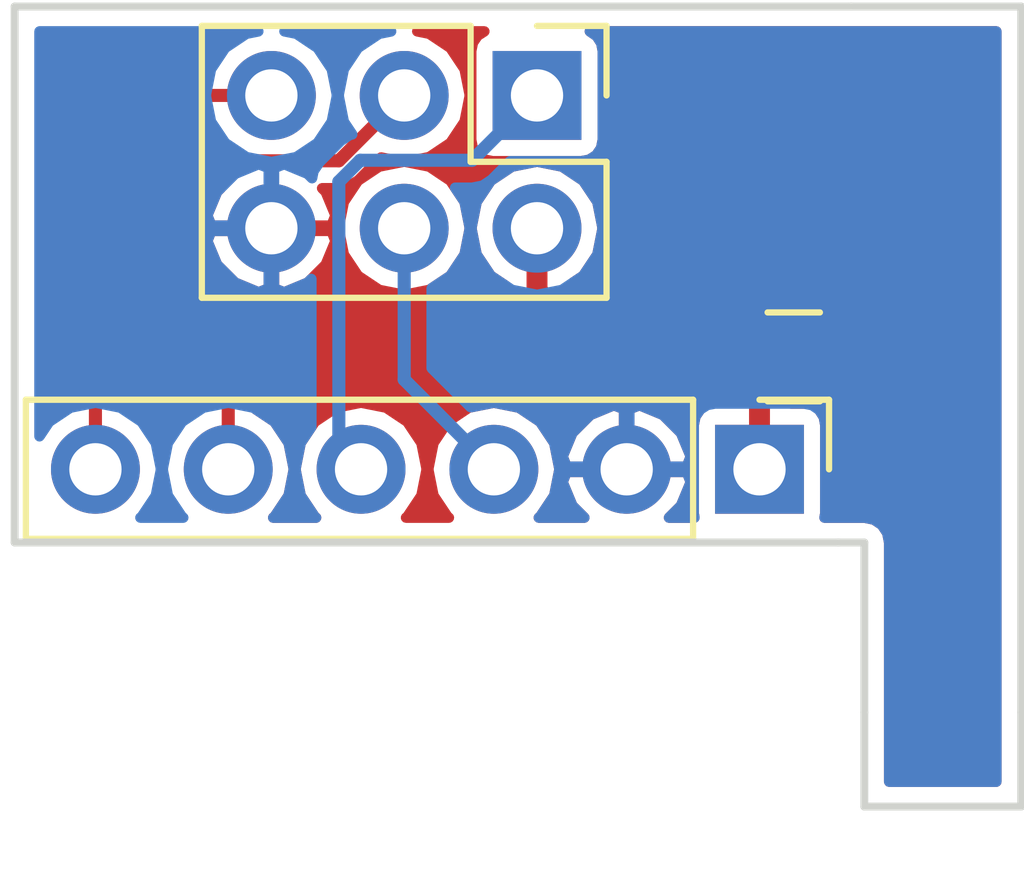
<source format=kicad_pcb>
(kicad_pcb (version 4) (host pcbnew 4.0.4-stable)

  (general
    (links 8)
    (no_connects 6)
    (area 138.99 99.436666 160.075001 118.200001)
    (thickness 1.6)
    (drawings 10)
    (tracks 26)
    (zones 0)
    (modules 3)
    (nets 7)
  )

  (page A4)
  (layers
    (0 F.Cu signal)
    (31 B.Cu signal)
    (32 B.Adhes user)
    (33 F.Adhes user)
    (34 B.Paste user)
    (35 F.Paste user)
    (36 B.SilkS user)
    (37 F.SilkS user)
    (38 B.Mask user)
    (39 F.Mask user hide)
    (40 Dwgs.User user)
    (41 Cmts.User user)
    (42 Eco1.User user)
    (43 Eco2.User user hide)
    (44 Edge.Cuts user)
    (45 Margin user)
    (46 B.CrtYd user hide)
    (47 F.CrtYd user hide)
    (48 B.Fab user)
    (49 F.Fab user hide)
  )

  (setup
    (last_trace_width 0.25)
    (user_trace_width 0.4)
    (trace_clearance 0.2)
    (zone_clearance 0.3)
    (zone_45_only no)
    (trace_min 0.2)
    (segment_width 0.2)
    (edge_width 0.15)
    (via_size 0.6)
    (via_drill 0.4)
    (via_min_size 0.4)
    (via_min_drill 0.3)
    (uvia_size 0.3)
    (uvia_drill 0.1)
    (uvias_allowed no)
    (uvia_min_size 0.2)
    (uvia_min_drill 0.1)
    (pcb_text_width 0.3)
    (pcb_text_size 1.5 1.5)
    (mod_edge_width 0.15)
    (mod_text_size 1 1)
    (mod_text_width 0.15)
    (pad_size 1.524 1.524)
    (pad_drill 0.762)
    (pad_to_mask_clearance 0.2)
    (aux_axis_origin 0 0)
    (visible_elements 7FFFFFFF)
    (pcbplotparams
      (layerselection 0x010f0_80000001)
      (usegerberextensions true)
      (usegerberattributes true)
      (excludeedgelayer true)
      (linewidth 0.200000)
      (plotframeref false)
      (viasonmask false)
      (mode 1)
      (useauxorigin false)
      (hpglpennumber 1)
      (hpglpenspeed 20)
      (hpglpendiameter 15)
      (hpglpenoverlay 2)
      (psnegative false)
      (psa4output false)
      (plotreference false)
      (plotvalue false)
      (plotinvisibletext false)
      (padsonsilk false)
      (subtractmaskfromsilk false)
      (outputformat 1)
      (mirror false)
      (drillshape 0)
      (scaleselection 1)
      (outputdirectory ""))
  )

  (net 0 "")
  (net 1 +3V3)
  (net 2 GND)
  (net 3 CS)
  (net 4 MISO)
  (net 5 CLK)
  (net 6 MOSI)

  (net_class Default "This is the default net class."
    (clearance 0.2)
    (trace_width 0.25)
    (via_dia 0.6)
    (via_drill 0.4)
    (uvia_dia 0.3)
    (uvia_drill 0.1)
    (add_net +3V3)
    (add_net CLK)
    (add_net CS)
    (add_net GND)
    (add_net MISO)
    (add_net MOSI)
  )

  (module Capacitors_SMD:C_0805_HandSoldering (layer F.Cu) (tedit 590E83FE) (tstamp 590E837E)
    (at 155.65 108.2)
    (descr "Capacitor SMD 0805, hand soldering")
    (tags "capacitor 0805")
    (path /590E7763)
    (attr smd)
    (fp_text reference C1 (at 0 -1.75) (layer F.SilkS) hide
      (effects (font (size 1 1) (thickness 0.15)))
    )
    (fp_text value C_Small (at 0 1.75) (layer F.Fab) hide
      (effects (font (size 1 1) (thickness 0.15)))
    )
    (fp_text user %R (at 0 -1.75) (layer F.Fab) hide
      (effects (font (size 1 1) (thickness 0.15)))
    )
    (fp_line (start -1 0.62) (end -1 -0.62) (layer F.Fab) (width 0.1))
    (fp_line (start 1 0.62) (end -1 0.62) (layer F.Fab) (width 0.1))
    (fp_line (start 1 -0.62) (end 1 0.62) (layer F.Fab) (width 0.1))
    (fp_line (start -1 -0.62) (end 1 -0.62) (layer F.Fab) (width 0.1))
    (fp_line (start 0.5 -0.85) (end -0.5 -0.85) (layer F.SilkS) (width 0.12))
    (fp_line (start -0.5 0.85) (end 0.5 0.85) (layer F.SilkS) (width 0.12))
    (fp_line (start -2.25 -0.88) (end 2.25 -0.88) (layer F.CrtYd) (width 0.05))
    (fp_line (start -2.25 -0.88) (end -2.25 0.87) (layer F.CrtYd) (width 0.05))
    (fp_line (start 2.25 0.87) (end 2.25 -0.88) (layer F.CrtYd) (width 0.05))
    (fp_line (start 2.25 0.87) (end -2.25 0.87) (layer F.CrtYd) (width 0.05))
    (pad 1 smd rect (at -1.25 0) (size 1.5 1.25) (layers F.Cu F.Paste F.Mask)
      (net 1 +3V3))
    (pad 2 smd rect (at 1.25 0) (size 1.5 1.25) (layers F.Cu F.Paste F.Mask)
      (net 2 GND))
    (model Capacitors_SMD.3dshapes/C_0805.wrl
      (at (xyz 0 0 0))
      (scale (xyz 1 1 1))
      (rotate (xyz 0 0 0))
    )
  )

  (module Pin_Headers:Pin_Header_Straight_1x06_Pitch2.54mm (layer F.Cu) (tedit 590E8E51) (tstamp 590E8394)
    (at 154.995 110.35 270)
    (descr "Through hole straight pin header, 1x06, 2.54mm pitch, single row")
    (tags "Through hole pin header THT 1x06 2.54mm single row")
    (path /590E7860)
    (fp_text reference P2 (at 0 -2.33 270) (layer F.SilkS) hide
      (effects (font (size 1 1) (thickness 0.15)))
    )
    (fp_text value CONN_01X06 (at 0 15.03 270) (layer F.Fab) hide
      (effects (font (size 1 1) (thickness 0.15)))
    )
    (fp_line (start -1.27 -1.27) (end -1.27 13.97) (layer F.Fab) (width 0.1))
    (fp_line (start -1.27 13.97) (end 1.27 13.97) (layer F.Fab) (width 0.1))
    (fp_line (start 1.27 13.97) (end 1.27 -1.27) (layer F.Fab) (width 0.1))
    (fp_line (start 1.27 -1.27) (end -1.27 -1.27) (layer F.Fab) (width 0.1))
    (fp_line (start -1.33 1.27) (end -1.33 14.03) (layer F.SilkS) (width 0.12))
    (fp_line (start -1.33 14.03) (end 1.33 14.03) (layer F.SilkS) (width 0.12))
    (fp_line (start 1.33 14.03) (end 1.33 1.27) (layer F.SilkS) (width 0.12))
    (fp_line (start 1.33 1.27) (end -1.33 1.27) (layer F.SilkS) (width 0.12))
    (fp_line (start -1.33 0) (end -1.33 -1.33) (layer F.SilkS) (width 0.12))
    (fp_line (start -1.33 -1.33) (end 0 -1.33) (layer F.SilkS) (width 0.12))
    (fp_line (start -1.8 -1.8) (end -1.8 14.5) (layer F.CrtYd) (width 0.05))
    (fp_line (start -1.8 14.5) (end 1.8 14.5) (layer F.CrtYd) (width 0.05))
    (fp_line (start 1.8 14.5) (end 1.8 -1.8) (layer F.CrtYd) (width 0.05))
    (fp_line (start 1.8 -1.8) (end -1.8 -1.8) (layer F.CrtYd) (width 0.05))
    (fp_text user %R (at 0 -2.33 270) (layer F.Fab) hide
      (effects (font (size 1 1) (thickness 0.15)))
    )
    (pad 1 thru_hole rect (at 0 0 270) (size 1.7 1.7) (drill 1) (layers *.Cu *.Mask)
      (net 1 +3V3))
    (pad 2 thru_hole oval (at 0 2.54 270) (size 1.7 1.7) (drill 1) (layers *.Cu *.Mask)
      (net 2 GND))
    (pad 3 thru_hole oval (at 0 5.08 270) (size 1.7 1.7) (drill 1) (layers *.Cu *.Mask)
      (net 6 MOSI))
    (pad 4 thru_hole oval (at 0 7.62 270) (size 1.7 1.7) (drill 1) (layers *.Cu *.Mask)
      (net 4 MISO))
    (pad 5 thru_hole oval (at 0 10.16 270) (size 1.7 1.7) (drill 1) (layers *.Cu *.Mask)
      (net 5 CLK))
    (pad 6 thru_hole oval (at 0 12.7 270) (size 1.7 1.7) (drill 1) (layers *.Cu *.Mask)
      (net 3 CS))
    (model ${KISYS3DMOD}/Pin_Headers.3dshapes/Pin_Header_Straight_1x06_Pitch2.54mm.wrl
      (at (xyz 0 -0.25 0))
      (scale (xyz 1 1 1))
      (rotate (xyz 0 0 90))
    )
  )

  (module Pin_Headers:Pin_Header_Straight_2x03_Pitch2.54mm (layer F.Cu) (tedit 590E8E4E) (tstamp 590E8D2F)
    (at 150.74 103.2 270)
    (descr "Through hole straight pin header, 2x03, 2.54mm pitch, double rows")
    (tags "Through hole pin header THT 2x03 2.54mm double row")
    (path /590E8C60)
    (fp_text reference P1 (at 1.27 -2.33 270) (layer F.SilkS) hide
      (effects (font (size 1 1) (thickness 0.15)))
    )
    (fp_text value CONN_02X03 (at 1.27 7.41 270) (layer F.Fab)
      (effects (font (size 1 1) (thickness 0.15)))
    )
    (fp_line (start -1.27 -1.27) (end -1.27 6.35) (layer F.Fab) (width 0.1))
    (fp_line (start -1.27 6.35) (end 3.81 6.35) (layer F.Fab) (width 0.1))
    (fp_line (start 3.81 6.35) (end 3.81 -1.27) (layer F.Fab) (width 0.1))
    (fp_line (start 3.81 -1.27) (end -1.27 -1.27) (layer F.Fab) (width 0.1))
    (fp_line (start -1.33 1.27) (end -1.33 6.41) (layer F.SilkS) (width 0.12))
    (fp_line (start -1.33 6.41) (end 3.87 6.41) (layer F.SilkS) (width 0.12))
    (fp_line (start 3.87 6.41) (end 3.87 -1.33) (layer F.SilkS) (width 0.12))
    (fp_line (start 3.87 -1.33) (end 1.27 -1.33) (layer F.SilkS) (width 0.12))
    (fp_line (start 1.27 -1.33) (end 1.27 1.27) (layer F.SilkS) (width 0.12))
    (fp_line (start 1.27 1.27) (end -1.33 1.27) (layer F.SilkS) (width 0.12))
    (fp_line (start -1.33 0) (end -1.33 -1.33) (layer F.SilkS) (width 0.12))
    (fp_line (start -1.33 -1.33) (end 0 -1.33) (layer F.SilkS) (width 0.12))
    (fp_line (start -1.8 -1.8) (end -1.8 6.85) (layer F.CrtYd) (width 0.05))
    (fp_line (start -1.8 6.85) (end 4.35 6.85) (layer F.CrtYd) (width 0.05))
    (fp_line (start 4.35 6.85) (end 4.35 -1.8) (layer F.CrtYd) (width 0.05))
    (fp_line (start 4.35 -1.8) (end -1.8 -1.8) (layer F.CrtYd) (width 0.05))
    (fp_text user %R (at 1.27 -2.33 270) (layer F.Fab)
      (effects (font (size 1 1) (thickness 0.15)))
    )
    (pad 1 thru_hole rect (at 0 0 270) (size 1.7 1.7) (drill 1) (layers *.Cu *.Mask)
      (net 4 MISO))
    (pad 2 thru_hole oval (at 2.54 0 270) (size 1.7 1.7) (drill 1) (layers *.Cu *.Mask)
      (net 1 +3V3))
    (pad 3 thru_hole oval (at 0 2.54 270) (size 1.7 1.7) (drill 1) (layers *.Cu *.Mask)
      (net 5 CLK))
    (pad 4 thru_hole oval (at 2.54 2.54 270) (size 1.7 1.7) (drill 1) (layers *.Cu *.Mask)
      (net 6 MOSI))
    (pad 5 thru_hole oval (at 0 5.08 270) (size 1.7 1.7) (drill 1) (layers *.Cu *.Mask)
      (net 3 CS))
    (pad 6 thru_hole oval (at 2.54 5.08 270) (size 1.7 1.7) (drill 1) (layers *.Cu *.Mask)
      (net 2 GND))
    (model ${KISYS3DMOD}/Pin_Headers.3dshapes/Pin_Header_Straight_2x03_Pitch2.54mm.wrl
      (at (xyz 0.05 -0.1 0))
      (scale (xyz 1 1 1))
      (rotate (xyz 0 0 90))
    )
  )

  (gr_line (start 157 115) (end 157 116.8) (layer Edge.Cuts) (width 0.15))
  (gr_line (start 160 115) (end 160 116.8) (layer Edge.Cuts) (width 0.15))
  (gr_line (start 160 101.5) (end 156.75 101.5) (layer Edge.Cuts) (width 0.15))
  (gr_line (start 160 115) (end 160 101.5) (layer Edge.Cuts) (width 0.15))
  (gr_line (start 157 116.8) (end 160 116.8) (layer Edge.Cuts) (width 0.15))
  (gr_line (start 157 111.75) (end 157 115) (layer Edge.Cuts) (width 0.15))
  (gr_line (start 156.5 111.75) (end 157 111.75) (layer Edge.Cuts) (width 0.15))
  (gr_line (start 140.75 111.75) (end 156.5 111.75) (layer Edge.Cuts) (width 0.15))
  (gr_line (start 140.75 101.5) (end 156.75 101.5) (layer Edge.Cuts) (width 0.15))
  (gr_line (start 140.75 111.75) (end 140.75 101.5) (layer Edge.Cuts) (width 0.15))

  (segment (start 151 106) (end 150.74 105.74) (width 0.4) (layer F.Cu) (net 1))
  (segment (start 152.25 107.8) (end 153.695 107.8) (width 0.4) (layer F.Cu) (net 1))
  (segment (start 152.25 107.8) (end 152.05 107.8) (width 0.4) (layer F.Cu) (net 1))
  (segment (start 150.74 105.74) (end 150.74 106.942081) (width 0.4) (layer F.Cu) (net 1))
  (segment (start 150.74 106.942081) (end 151.597919 107.8) (width 0.4) (layer F.Cu) (net 1))
  (segment (start 151.597919 107.8) (end 153.695 107.8) (width 0.4) (layer F.Cu) (net 1))
  (segment (start 153.695 107.8) (end 154.995 109.1) (width 0.4) (layer F.Cu) (net 1))
  (segment (start 154.995 109.1) (end 154.995 110.35) (width 0.4) (layer F.Cu) (net 1))
  (segment (start 150.74 105.74) (end 150.74 106.51) (width 0.4) (layer F.Cu) (net 1))
  (segment (start 154.95 110.305) (end 154.995 110.35) (width 0.4) (layer F.Cu) (net 1))
  (segment (start 143.6 103.2) (end 142.295 104.505) (width 0.25) (layer F.Cu) (net 3))
  (segment (start 142.295 104.505) (end 142.295 110.35) (width 0.25) (layer F.Cu) (net 3))
  (segment (start 145.66 103.2) (end 143.6 103.2) (width 0.25) (layer F.Cu) (net 3))
  (segment (start 150.74 103.2) (end 149.5 104.44) (width 0.25) (layer B.Cu) (net 4))
  (segment (start 149.5 104.44) (end 147.36 104.44) (width 0.25) (layer B.Cu) (net 4))
  (segment (start 147.36 104.44) (end 146.95 104.85) (width 0.25) (layer B.Cu) (net 4))
  (segment (start 146.95 104.85) (end 146.95 109.925) (width 0.25) (layer B.Cu) (net 4))
  (segment (start 146.95 109.925) (end 147.375 110.35) (width 0.25) (layer B.Cu) (net 4))
  (segment (start 144.835 110.35) (end 144.835 109.147919) (width 0.25) (layer F.Cu) (net 5))
  (segment (start 144.835 109.147919) (end 143.6 107.912919) (width 0.25) (layer F.Cu) (net 5))
  (segment (start 143.6 107.912919) (end 143.6 105.3) (width 0.25) (layer F.Cu) (net 5))
  (segment (start 143.6 105.3) (end 144.45 104.45) (width 0.25) (layer F.Cu) (net 5))
  (segment (start 144.45 104.45) (end 146.95 104.45) (width 0.25) (layer F.Cu) (net 5))
  (segment (start 146.95 104.45) (end 148.2 103.2) (width 0.25) (layer F.Cu) (net 5))
  (segment (start 148.2 105.74) (end 148.2 108.635) (width 0.25) (layer B.Cu) (net 6))
  (segment (start 148.2 108.635) (end 149.915 110.35) (width 0.25) (layer B.Cu) (net 6))

  (zone (net 2) (net_name GND) (layer F.Cu) (tstamp 0) (hatch edge 0.508)
    (connect_pads (clearance 0.3))
    (min_thickness 0.2)
    (fill yes (arc_segments 16) (thermal_gap 0.3) (thermal_bridge_width 0.3))
    (polygon
      (pts
        (xy 140.75 101.5) (xy 160 101.5) (xy 160 118.2) (xy 140.8 118.2)
      )
    )
    (filled_polygon
      (pts
        (xy 149.605628 102.05766) (xy 149.514296 102.191329) (xy 149.482164 102.35) (xy 149.482164 104.05) (xy 149.510056 104.198231)
        (xy 149.59766 104.334372) (xy 149.731329 104.425704) (xy 149.89 104.457836) (xy 151.59 104.457836) (xy 151.738231 104.429944)
        (xy 151.874372 104.34234) (xy 151.965704 104.208671) (xy 151.997836 104.05) (xy 151.997836 102.35) (xy 151.969944 102.201769)
        (xy 151.88234 102.065628) (xy 151.749701 101.975) (xy 159.525 101.975) (xy 159.525 116.325) (xy 157.475 116.325)
        (xy 157.475 111.75) (xy 157.438843 111.568225) (xy 157.335876 111.414124) (xy 157.181775 111.311157) (xy 157 111.275)
        (xy 156.237648 111.275) (xy 156.252836 111.2) (xy 156.252836 109.5) (xy 156.224944 109.351769) (xy 156.143371 109.225)
        (xy 156.75 109.225) (xy 156.85 109.125) (xy 156.85 108.25) (xy 156.95 108.25) (xy 156.95 109.125)
        (xy 157.05 109.225) (xy 157.729565 109.225) (xy 157.876582 109.164104) (xy 157.989104 109.051582) (xy 158.05 108.904565)
        (xy 158.05 108.35) (xy 157.95 108.25) (xy 156.95 108.25) (xy 156.85 108.25) (xy 155.85 108.25)
        (xy 155.75 108.35) (xy 155.75 108.904565) (xy 155.810896 109.051582) (xy 155.853123 109.093809) (xy 155.845 109.092164)
        (xy 155.593441 109.092164) (xy 155.549328 108.87039) (xy 155.548803 108.869605) (xy 155.557836 108.825) (xy 155.557836 107.575)
        (xy 155.542865 107.495435) (xy 155.75 107.495435) (xy 155.75 108.05) (xy 155.85 108.15) (xy 156.85 108.15)
        (xy 156.85 107.275) (xy 156.95 107.275) (xy 156.95 108.15) (xy 157.95 108.15) (xy 158.05 108.05)
        (xy 158.05 107.495435) (xy 157.989104 107.348418) (xy 157.876582 107.235896) (xy 157.729565 107.175) (xy 157.05 107.175)
        (xy 156.95 107.275) (xy 156.85 107.275) (xy 156.75 107.175) (xy 156.070435 107.175) (xy 155.923418 107.235896)
        (xy 155.810896 107.348418) (xy 155.75 107.495435) (xy 155.542865 107.495435) (xy 155.529944 107.426769) (xy 155.44234 107.290628)
        (xy 155.308671 107.199296) (xy 155.15 107.167164) (xy 153.65 107.167164) (xy 153.501769 107.195056) (xy 153.494086 107.2)
        (xy 151.846447 107.2) (xy 151.426624 106.780177) (xy 151.623883 106.648372) (xy 151.894849 106.242843) (xy 151.99 105.764489)
        (xy 151.99 105.715511) (xy 151.894849 105.237157) (xy 151.623883 104.831628) (xy 151.218354 104.560662) (xy 150.74 104.465511)
        (xy 150.261646 104.560662) (xy 149.856117 104.831628) (xy 149.585151 105.237157) (xy 149.49 105.715511) (xy 149.49 105.764489)
        (xy 149.585151 106.242843) (xy 149.856117 106.648372) (xy 150.14 106.838057) (xy 150.14 106.942081) (xy 150.185672 107.171691)
        (xy 150.315736 107.366345) (xy 151.173655 108.224264) (xy 151.368309 108.354328) (xy 151.597919 108.4) (xy 153.242164 108.4)
        (xy 153.242164 108.825) (xy 153.270056 108.973231) (xy 153.35766 109.109372) (xy 153.491329 109.200704) (xy 153.65 109.232836)
        (xy 153.843426 109.232836) (xy 153.769296 109.341329) (xy 153.737164 109.5) (xy 153.737164 111.2) (xy 153.751276 111.275)
        (xy 153.26372 111.275) (xy 153.493826 111.045235) (xy 153.680805 110.594772) (xy 153.604004 110.4) (xy 152.505 110.4)
        (xy 152.505 110.42) (xy 152.405 110.42) (xy 152.405 110.4) (xy 151.305996 110.4) (xy 151.229195 110.594772)
        (xy 151.416174 111.045235) (xy 151.64628 111.275) (xy 150.773997 111.275) (xy 150.798883 111.258372) (xy 151.069849 110.852843)
        (xy 151.165 110.374489) (xy 151.165 110.325511) (xy 151.121183 110.105228) (xy 151.229195 110.105228) (xy 151.305996 110.3)
        (xy 152.405 110.3) (xy 152.405 109.201087) (xy 152.505 109.201087) (xy 152.505 110.3) (xy 153.604004 110.3)
        (xy 153.680805 110.105228) (xy 153.493826 109.654765) (xy 153.148695 109.310145) (xy 152.699771 109.124199) (xy 152.505 109.201087)
        (xy 152.405 109.201087) (xy 152.210229 109.124199) (xy 151.761305 109.310145) (xy 151.416174 109.654765) (xy 151.229195 110.105228)
        (xy 151.121183 110.105228) (xy 151.069849 109.847157) (xy 150.798883 109.441628) (xy 150.393354 109.170662) (xy 149.915 109.075511)
        (xy 149.436646 109.170662) (xy 149.031117 109.441628) (xy 148.760151 109.847157) (xy 148.665 110.325511) (xy 148.665 110.374489)
        (xy 148.760151 110.852843) (xy 149.031117 111.258372) (xy 149.056003 111.275) (xy 148.233997 111.275) (xy 148.258883 111.258372)
        (xy 148.529849 110.852843) (xy 148.625 110.374489) (xy 148.625 110.325511) (xy 148.529849 109.847157) (xy 148.258883 109.441628)
        (xy 147.853354 109.170662) (xy 147.375 109.075511) (xy 146.896646 109.170662) (xy 146.491117 109.441628) (xy 146.220151 109.847157)
        (xy 146.125 110.325511) (xy 146.125 110.374489) (xy 146.220151 110.852843) (xy 146.491117 111.258372) (xy 146.516003 111.275)
        (xy 145.693997 111.275) (xy 145.718883 111.258372) (xy 145.989849 110.852843) (xy 146.085 110.374489) (xy 146.085 110.325511)
        (xy 145.989849 109.847157) (xy 145.718883 109.441628) (xy 145.36 109.20183) (xy 145.36 109.147919) (xy 145.320037 108.94701)
        (xy 145.206231 108.776688) (xy 144.125 107.695457) (xy 144.125 105.984772) (xy 144.434195 105.984772) (xy 144.621174 106.435235)
        (xy 144.966305 106.779855) (xy 145.415229 106.965801) (xy 145.61 106.888913) (xy 145.61 105.79) (xy 145.71 105.79)
        (xy 145.71 106.888913) (xy 145.904771 106.965801) (xy 146.353695 106.779855) (xy 146.698826 106.435235) (xy 146.885805 105.984772)
        (xy 146.809004 105.79) (xy 145.71 105.79) (xy 145.61 105.79) (xy 144.510996 105.79) (xy 144.434195 105.984772)
        (xy 144.125 105.984772) (xy 144.125 105.517462) (xy 144.667462 104.975) (xy 144.691042 104.975) (xy 144.621174 105.044765)
        (xy 144.434195 105.495228) (xy 144.510996 105.69) (xy 145.61 105.69) (xy 145.61 105.67) (xy 145.71 105.67)
        (xy 145.71 105.69) (xy 146.809004 105.69) (xy 146.885805 105.495228) (xy 146.698826 105.044765) (xy 146.628958 104.975)
        (xy 146.95 104.975) (xy 147.150909 104.935037) (xy 147.321231 104.821231) (xy 147.756242 104.38622) (xy 148.177432 104.47)
        (xy 147.721646 104.560662) (xy 147.316117 104.831628) (xy 147.045151 105.237157) (xy 146.95 105.715511) (xy 146.95 105.764489)
        (xy 147.045151 106.242843) (xy 147.316117 106.648372) (xy 147.721646 106.919338) (xy 148.2 107.014489) (xy 148.678354 106.919338)
        (xy 149.083883 106.648372) (xy 149.354849 106.242843) (xy 149.45 105.764489) (xy 149.45 105.715511) (xy 149.354849 105.237157)
        (xy 149.083883 104.831628) (xy 148.678354 104.560662) (xy 148.222568 104.47) (xy 148.678354 104.379338) (xy 149.083883 104.108372)
        (xy 149.354849 103.702843) (xy 149.45 103.224489) (xy 149.45 103.175511) (xy 149.354849 102.697157) (xy 149.083883 102.291628)
        (xy 148.678354 102.020662) (xy 148.448797 101.975) (xy 149.734086 101.975)
      )
    )
  )
  (zone (net 2) (net_name GND) (layer B.Cu) (tstamp 0) (hatch edge 0.508)
    (connect_pads (clearance 0.3))
    (min_thickness 0.2)
    (fill yes (arc_segments 16) (thermal_gap 0.3) (thermal_bridge_width 0.3))
    (polygon
      (pts
        (xy 140.75 101.5) (xy 160 101.5) (xy 160 118.2) (xy 140.8 118.2)
      )
    )
    (filled_polygon
      (pts
        (xy 159.525 116.325) (xy 157.475 116.325) (xy 157.475 111.75) (xy 157.438843 111.568225) (xy 157.335876 111.414124)
        (xy 157.181775 111.311157) (xy 157 111.275) (xy 156.237648 111.275) (xy 156.252836 111.2) (xy 156.252836 109.5)
        (xy 156.224944 109.351769) (xy 156.13734 109.215628) (xy 156.003671 109.124296) (xy 155.845 109.092164) (xy 154.145 109.092164)
        (xy 153.996769 109.120056) (xy 153.860628 109.20766) (xy 153.769296 109.341329) (xy 153.737164 109.5) (xy 153.737164 111.2)
        (xy 153.751276 111.275) (xy 153.26372 111.275) (xy 153.493826 111.045235) (xy 153.680805 110.594772) (xy 153.604004 110.4)
        (xy 152.505 110.4) (xy 152.505 110.42) (xy 152.405 110.42) (xy 152.405 110.4) (xy 151.305996 110.4)
        (xy 151.229195 110.594772) (xy 151.416174 111.045235) (xy 151.64628 111.275) (xy 150.773997 111.275) (xy 150.798883 111.258372)
        (xy 151.069849 110.852843) (xy 151.165 110.374489) (xy 151.165 110.325511) (xy 151.121183 110.105228) (xy 151.229195 110.105228)
        (xy 151.305996 110.3) (xy 152.405 110.3) (xy 152.405 109.201087) (xy 152.505 109.201087) (xy 152.505 110.3)
        (xy 153.604004 110.3) (xy 153.680805 110.105228) (xy 153.493826 109.654765) (xy 153.148695 109.310145) (xy 152.699771 109.124199)
        (xy 152.505 109.201087) (xy 152.405 109.201087) (xy 152.210229 109.124199) (xy 151.761305 109.310145) (xy 151.416174 109.654765)
        (xy 151.229195 110.105228) (xy 151.121183 110.105228) (xy 151.069849 109.847157) (xy 150.798883 109.441628) (xy 150.393354 109.170662)
        (xy 149.915 109.075511) (xy 149.471242 109.16378) (xy 148.725 108.417538) (xy 148.725 106.88817) (xy 149.083883 106.648372)
        (xy 149.354849 106.242843) (xy 149.45 105.764489) (xy 149.45 105.715511) (xy 149.49 105.715511) (xy 149.49 105.764489)
        (xy 149.585151 106.242843) (xy 149.856117 106.648372) (xy 150.261646 106.919338) (xy 150.74 107.014489) (xy 151.218354 106.919338)
        (xy 151.623883 106.648372) (xy 151.894849 106.242843) (xy 151.99 105.764489) (xy 151.99 105.715511) (xy 151.894849 105.237157)
        (xy 151.623883 104.831628) (xy 151.218354 104.560662) (xy 150.74 104.465511) (xy 150.261646 104.560662) (xy 149.856117 104.831628)
        (xy 149.585151 105.237157) (xy 149.49 105.715511) (xy 149.45 105.715511) (xy 149.354849 105.237157) (xy 149.172999 104.965)
        (xy 149.5 104.965) (xy 149.700909 104.925037) (xy 149.871231 104.811231) (xy 150.224626 104.457836) (xy 151.59 104.457836)
        (xy 151.738231 104.429944) (xy 151.874372 104.34234) (xy 151.965704 104.208671) (xy 151.997836 104.05) (xy 151.997836 102.35)
        (xy 151.969944 102.201769) (xy 151.88234 102.065628) (xy 151.749701 101.975) (xy 159.525 101.975)
      )
    )
    (filled_polygon
      (pts
        (xy 145.181646 102.020662) (xy 144.776117 102.291628) (xy 144.505151 102.697157) (xy 144.41 103.175511) (xy 144.41 103.224489)
        (xy 144.505151 103.702843) (xy 144.776117 104.108372) (xy 145.181646 104.379338) (xy 145.66 104.474489) (xy 146.138354 104.379338)
        (xy 146.543883 104.108372) (xy 146.814849 103.702843) (xy 146.91 103.224489) (xy 146.91 103.175511) (xy 146.814849 102.697157)
        (xy 146.543883 102.291628) (xy 146.138354 102.020662) (xy 145.908797 101.975) (xy 147.951203 101.975) (xy 147.721646 102.020662)
        (xy 147.316117 102.291628) (xy 147.045151 102.697157) (xy 146.95 103.175511) (xy 146.95 103.224489) (xy 147.045151 103.702843)
        (xy 147.207216 103.94539) (xy 147.159091 103.954963) (xy 146.988769 104.068769) (xy 146.578769 104.478769) (xy 146.464963 104.649091)
        (xy 146.438053 104.784378) (xy 146.353695 104.700145) (xy 145.904771 104.514199) (xy 145.71 104.591087) (xy 145.71 105.69)
        (xy 145.73 105.69) (xy 145.73 105.79) (xy 145.71 105.79) (xy 145.71 106.888913) (xy 145.904771 106.965801)
        (xy 146.353695 106.779855) (xy 146.425 106.708656) (xy 146.425 109.540579) (xy 146.220151 109.847157) (xy 146.125 110.325511)
        (xy 146.125 110.374489) (xy 146.220151 110.852843) (xy 146.491117 111.258372) (xy 146.516003 111.275) (xy 145.693997 111.275)
        (xy 145.718883 111.258372) (xy 145.989849 110.852843) (xy 146.085 110.374489) (xy 146.085 110.325511) (xy 145.989849 109.847157)
        (xy 145.718883 109.441628) (xy 145.313354 109.170662) (xy 144.835 109.075511) (xy 144.356646 109.170662) (xy 143.951117 109.441628)
        (xy 143.680151 109.847157) (xy 143.585 110.325511) (xy 143.585 110.374489) (xy 143.680151 110.852843) (xy 143.951117 111.258372)
        (xy 143.976003 111.275) (xy 143.153997 111.275) (xy 143.178883 111.258372) (xy 143.449849 110.852843) (xy 143.545 110.374489)
        (xy 143.545 110.325511) (xy 143.449849 109.847157) (xy 143.178883 109.441628) (xy 142.773354 109.170662) (xy 142.295 109.075511)
        (xy 141.816646 109.170662) (xy 141.411117 109.441628) (xy 141.225 109.720172) (xy 141.225 105.984772) (xy 144.434195 105.984772)
        (xy 144.621174 106.435235) (xy 144.966305 106.779855) (xy 145.415229 106.965801) (xy 145.61 106.888913) (xy 145.61 105.79)
        (xy 144.510996 105.79) (xy 144.434195 105.984772) (xy 141.225 105.984772) (xy 141.225 105.495228) (xy 144.434195 105.495228)
        (xy 144.510996 105.69) (xy 145.61 105.69) (xy 145.61 104.591087) (xy 145.415229 104.514199) (xy 144.966305 104.700145)
        (xy 144.621174 105.044765) (xy 144.434195 105.495228) (xy 141.225 105.495228) (xy 141.225 101.975) (xy 145.411203 101.975)
      )
    )
  )
)

</source>
